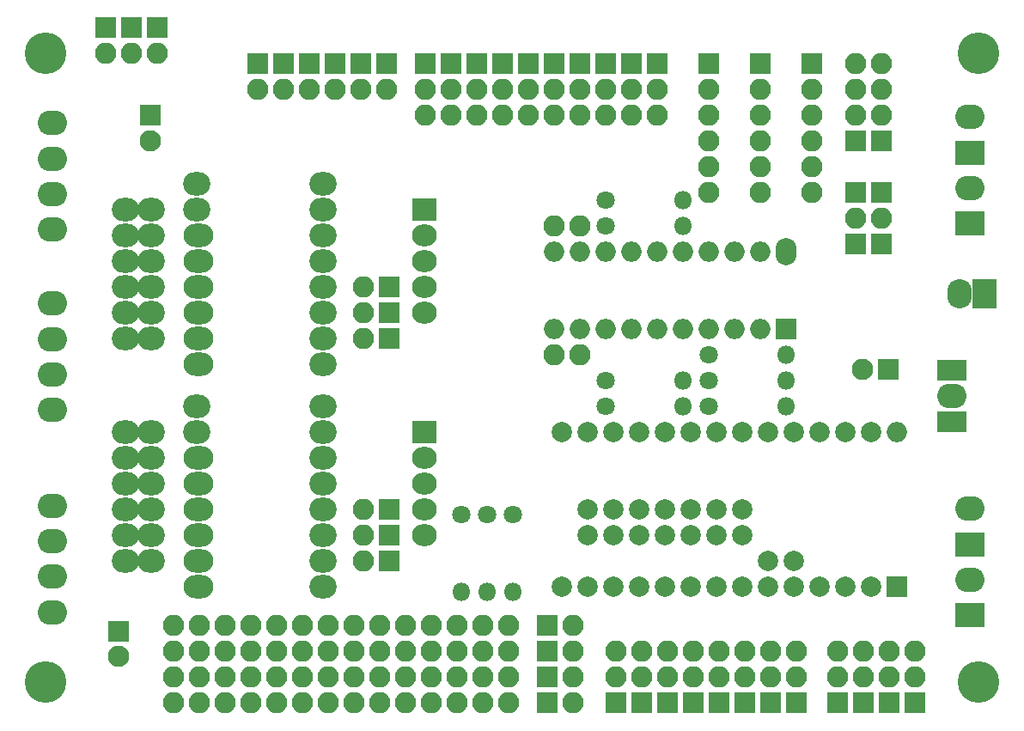
<source format=gts>
G04 #@! TF.FileFunction,Soldermask,Top*
%FSLAX46Y46*%
G04 Gerber Fmt 4.6, Leading zero omitted, Abs format (unit mm)*
G04 Created by KiCad (PCBNEW 4.0.7) date 10/08/18 18:30:48*
%MOMM*%
%LPD*%
G01*
G04 APERTURE LIST*
%ADD10C,2.000000*%
%ADD11O,2.100000X2.100000*%
%ADD12O,2.876500X2.432000*%
%ADD13R,2.101800X2.101800*%
%ADD14C,2.101800*%
%ADD15R,2.432000X2.876500*%
%ADD16O,2.432000X2.876500*%
%ADD17C,1.800000*%
%ADD18O,1.800000X1.800000*%
%ADD19R,2.876500X2.432000*%
%ADD20R,2.100000X2.100000*%
%ADD21O,2.686000X2.305000*%
%ADD22R,2.432000X2.178000*%
%ADD23O,2.432000X2.178000*%
%ADD24O,2.051000X2.686000*%
%ADD25O,2.000000X2.000000*%
%ADD26R,2.000000X2.000000*%
%ADD27C,4.100000*%
%ADD28R,2.876500X2.101800*%
%ADD29C,2.000000*%
%ADD30O,2.940000X2.305000*%
G04 APERTURE END LIST*
D10*
D11*
X99695000Y-113030000D03*
X99695000Y-110490000D03*
X99695000Y-107950000D03*
X99695000Y-105410000D03*
X97155000Y-113030000D03*
X97155000Y-110490000D03*
X97155000Y-107950000D03*
X97155000Y-105410000D03*
X94615000Y-113030000D03*
X94615000Y-110490000D03*
X94615000Y-107950000D03*
X94615000Y-105410000D03*
X92075000Y-113030000D03*
X92075000Y-110490000D03*
X92075000Y-107950000D03*
X92075000Y-105410000D03*
X89535000Y-113030000D03*
X89535000Y-110490000D03*
X89535000Y-107950000D03*
X89535000Y-105410000D03*
X86995000Y-113030000D03*
X86995000Y-110490000D03*
X86995000Y-107950000D03*
X86995000Y-105410000D03*
X84455000Y-113030000D03*
X84455000Y-110490000D03*
X84455000Y-107950000D03*
X84455000Y-105410000D03*
X81915000Y-113030000D03*
X81915000Y-110490000D03*
X81915000Y-107950000D03*
X81915000Y-105410000D03*
X79375000Y-113030000D03*
X79375000Y-110490000D03*
X79375000Y-107950000D03*
X79375000Y-105410000D03*
X76835000Y-113030000D03*
X76835000Y-110490000D03*
X76835000Y-107950000D03*
X76835000Y-105410000D03*
X74295000Y-113030000D03*
X74295000Y-110490000D03*
X74295000Y-107950000D03*
X74295000Y-105410000D03*
X71755000Y-113030000D03*
X71755000Y-110490000D03*
X71755000Y-107950000D03*
X71755000Y-105410000D03*
X69215000Y-113030000D03*
X69215000Y-110490000D03*
X69215000Y-107950000D03*
X69215000Y-105410000D03*
D12*
X54711600Y-93573600D03*
X54711600Y-97073600D03*
X54711600Y-100573600D03*
X54711600Y-104073600D03*
X54711600Y-73660000D03*
X54711600Y-77160000D03*
X54711600Y-80660000D03*
X54711600Y-84160000D03*
D13*
X61214000Y-105968800D03*
D14*
X61214000Y-108468800D03*
D13*
X64363600Y-55118000D03*
D14*
X64363600Y-57618000D03*
D15*
X146583400Y-72694800D03*
D16*
X144083400Y-72694800D03*
D13*
X137058400Y-80111600D03*
D14*
X134558400Y-80111600D03*
D12*
X54711600Y-55880000D03*
X54711600Y-59380000D03*
X54711600Y-62880000D03*
X54711600Y-66380000D03*
D17*
X109220000Y-63500000D03*
D18*
X116840000Y-63500000D03*
D17*
X109220000Y-66040000D03*
D18*
X116840000Y-66040000D03*
D11*
X66675000Y-113030000D03*
X66675000Y-110490000D03*
X66675000Y-107950000D03*
X66675000Y-105410000D03*
D19*
X145170000Y-65786000D03*
D12*
X145170000Y-62286000D03*
D19*
X145170000Y-58786000D03*
D12*
X145170000Y-55286000D03*
D19*
X145161000Y-104394000D03*
D12*
X145161000Y-100894000D03*
D19*
X145161000Y-97394000D03*
D12*
X145161000Y-93894000D03*
D20*
X124460000Y-50038000D03*
D11*
X124460000Y-52578000D03*
X124460000Y-55118000D03*
X124460000Y-57658000D03*
X124460000Y-60198000D03*
X124460000Y-62738000D03*
D20*
X129540000Y-50038000D03*
D11*
X129540000Y-52578000D03*
X129540000Y-55118000D03*
X129540000Y-57658000D03*
X129540000Y-60198000D03*
X129540000Y-62738000D03*
D20*
X119380000Y-50038000D03*
D11*
X119380000Y-52578000D03*
X119380000Y-55118000D03*
X119380000Y-57658000D03*
X119380000Y-60198000D03*
X119380000Y-62738000D03*
D20*
X136398000Y-62738000D03*
D11*
X136398000Y-65278000D03*
D20*
X136398000Y-67818000D03*
X133858000Y-62738000D03*
D11*
X133858000Y-65278000D03*
D20*
X133858000Y-67818000D03*
D21*
X64465200Y-69494400D03*
X64465200Y-72034400D03*
X64465200Y-66954400D03*
X64465200Y-64414400D03*
D22*
X91389200Y-64414400D03*
D23*
X91389200Y-66954400D03*
X91389200Y-69494400D03*
D21*
X64465200Y-74574400D03*
X64465200Y-77114400D03*
D23*
X91389200Y-74574400D03*
X91389200Y-72034400D03*
D21*
X61925200Y-64414400D03*
X61925200Y-69494400D03*
X61925200Y-64414400D03*
X61925200Y-77114400D03*
X61925200Y-74574400D03*
X61925200Y-72034400D03*
X61925200Y-66954400D03*
X64465200Y-91440000D03*
X64465200Y-93980000D03*
X64465200Y-88900000D03*
X64465200Y-86360000D03*
D22*
X91389200Y-86360000D03*
D23*
X91389200Y-88900000D03*
X91389200Y-91440000D03*
D21*
X64465200Y-96520000D03*
X64465200Y-99060000D03*
D23*
X91389200Y-96520000D03*
X91389200Y-93980000D03*
D21*
X61925200Y-86360000D03*
X61925200Y-91440000D03*
X61925200Y-86360000D03*
X61925200Y-99060000D03*
X61925200Y-96520000D03*
X61925200Y-93980000D03*
X61925200Y-88900000D03*
D24*
X127000000Y-68580000D03*
D25*
X104140000Y-76200000D03*
X124460000Y-68580000D03*
X106680000Y-76200000D03*
X121920000Y-68580000D03*
X109220000Y-76200000D03*
X119380000Y-68580000D03*
X111760000Y-76200000D03*
X116840000Y-68580000D03*
X114300000Y-76200000D03*
X114300000Y-68580000D03*
X116840000Y-76200000D03*
X111760000Y-68580000D03*
X119380000Y-76200000D03*
X109220000Y-68580000D03*
X121920000Y-76200000D03*
X106680000Y-68580000D03*
X124460000Y-76200000D03*
X104140000Y-68580000D03*
D26*
X127000000Y-76200000D03*
D11*
X85344000Y-72034400D03*
D20*
X87884000Y-72034400D03*
D11*
X85344000Y-74574400D03*
D20*
X87884000Y-74574400D03*
D11*
X85344000Y-77114400D03*
D20*
X87884000Y-77114400D03*
D11*
X85344000Y-93980000D03*
D20*
X87884000Y-93980000D03*
D11*
X85344000Y-96520000D03*
D20*
X87884000Y-96520000D03*
D11*
X85344000Y-99060000D03*
D20*
X87884000Y-99060000D03*
D11*
X91440000Y-55118000D03*
X93980000Y-55118000D03*
X96520000Y-55118000D03*
X99060000Y-55118000D03*
X101600000Y-55118000D03*
X104140000Y-55118000D03*
X106680000Y-55118000D03*
X109220000Y-55118000D03*
X111760000Y-55118000D03*
X114300000Y-55118000D03*
D27*
X54000000Y-111000000D03*
X146000000Y-111000000D03*
X146000000Y-49000000D03*
X54000000Y-49000000D03*
D20*
X114300000Y-50038000D03*
D11*
X114300000Y-52578000D03*
D20*
X111760000Y-50038000D03*
D11*
X111760000Y-52578000D03*
D20*
X109220000Y-50038000D03*
D11*
X109220000Y-52578000D03*
D20*
X106680000Y-50038000D03*
D11*
X106680000Y-52578000D03*
D20*
X104140000Y-50038000D03*
D11*
X104140000Y-52578000D03*
D20*
X101600000Y-50038000D03*
D11*
X101600000Y-52578000D03*
D20*
X99060000Y-50038000D03*
D11*
X99060000Y-52578000D03*
D20*
X96520000Y-50038000D03*
D11*
X96520000Y-52578000D03*
D20*
X93980000Y-50038000D03*
D11*
X93980000Y-52578000D03*
D20*
X91440000Y-50038000D03*
D11*
X91440000Y-52578000D03*
D17*
X109220000Y-81280000D03*
D18*
X116840000Y-81280000D03*
D17*
X109220000Y-83820000D03*
D18*
X116840000Y-83820000D03*
D20*
X87630000Y-50038000D03*
D11*
X87630000Y-52578000D03*
D20*
X85090000Y-50038000D03*
D11*
X85090000Y-52578000D03*
D20*
X82550000Y-50038000D03*
D11*
X82550000Y-52578000D03*
D20*
X80010000Y-50038000D03*
D11*
X80010000Y-52578000D03*
D20*
X77470000Y-50038000D03*
D11*
X77470000Y-52578000D03*
D20*
X74930000Y-50038000D03*
D11*
X74930000Y-52578000D03*
D20*
X132080000Y-113030000D03*
D11*
X132080000Y-110490000D03*
D20*
X134620000Y-113030000D03*
D11*
X134620000Y-110490000D03*
D20*
X137160000Y-113030000D03*
D11*
X137160000Y-110490000D03*
D20*
X139700000Y-113030000D03*
D11*
X139700000Y-110490000D03*
X139700000Y-107950000D03*
X137160000Y-107950000D03*
X134620000Y-107950000D03*
X132080000Y-107950000D03*
D20*
X103505000Y-105410000D03*
D11*
X106045000Y-105410000D03*
D20*
X103505000Y-107950000D03*
D11*
X106045000Y-107950000D03*
D20*
X103505000Y-110490000D03*
D11*
X106045000Y-110490000D03*
D20*
X103505000Y-113030000D03*
D11*
X106045000Y-113030000D03*
D28*
X143332200Y-80264000D03*
D12*
X143332200Y-82804000D03*
D28*
X143332200Y-85344000D03*
D20*
X65024000Y-46482000D03*
D11*
X65024000Y-49022000D03*
D20*
X62484000Y-46482000D03*
D11*
X62484000Y-49022000D03*
D20*
X59944000Y-46482000D03*
D11*
X59944000Y-49022000D03*
X110236000Y-107950000D03*
X112776000Y-107950000D03*
X115316000Y-107950000D03*
X117856000Y-107950000D03*
X120396000Y-107950000D03*
X122936000Y-107950000D03*
X125476000Y-107950000D03*
X128016000Y-107950000D03*
D20*
X110236000Y-113030000D03*
D11*
X110236000Y-110490000D03*
D20*
X112776000Y-113030000D03*
D11*
X112776000Y-110490000D03*
D20*
X115316000Y-113030000D03*
D11*
X115316000Y-110490000D03*
D20*
X117856000Y-113030000D03*
D11*
X117856000Y-110490000D03*
D20*
X120396000Y-113030000D03*
D11*
X120396000Y-110490000D03*
D20*
X122936000Y-113030000D03*
D11*
X122936000Y-110490000D03*
D20*
X125476000Y-113030000D03*
D11*
X125476000Y-110490000D03*
D20*
X128016000Y-113030000D03*
D11*
X128016000Y-110490000D03*
D17*
X119380000Y-78740000D03*
D18*
X127000000Y-78740000D03*
D17*
X119380000Y-81280000D03*
D18*
X127000000Y-81280000D03*
D17*
X119380000Y-83820000D03*
D18*
X127000000Y-83820000D03*
D17*
X100076000Y-94488000D03*
D18*
X100076000Y-102108000D03*
D17*
X97536000Y-94488000D03*
D18*
X97536000Y-102108000D03*
D17*
X94996000Y-94488000D03*
D18*
X94996000Y-102108000D03*
D11*
X104140000Y-66040000D03*
X106680000Y-66040000D03*
X104140000Y-78740000D03*
X106680000Y-78740000D03*
D29*
X104902000Y-101600000D03*
X104902000Y-86360000D03*
X107442000Y-101600000D03*
X109982000Y-101600000D03*
X112522000Y-101600000D03*
X115062000Y-101600000D03*
X117602000Y-101600000D03*
X120142000Y-101600000D03*
X122682000Y-101600000D03*
X125222000Y-101600000D03*
X127762000Y-101600000D03*
X130302000Y-101600000D03*
X132842000Y-101600000D03*
X135382000Y-101600000D03*
D26*
X137922000Y-101600000D03*
D29*
X127762000Y-99060000D03*
X125222000Y-99060000D03*
X107442000Y-86360000D03*
X109982000Y-86360000D03*
X112522000Y-86360000D03*
X115062000Y-86360000D03*
X117602000Y-86360000D03*
X120142000Y-86360000D03*
X122682000Y-86360000D03*
X125222000Y-86360000D03*
X127762000Y-86360000D03*
X130302000Y-86360000D03*
X132842000Y-86360000D03*
X135382000Y-86360000D03*
D25*
X137922000Y-86360000D03*
D29*
X122682000Y-93980000D03*
X120142000Y-93980000D03*
X117602000Y-93980000D03*
X115062000Y-93980000D03*
X112522000Y-93980000D03*
X109982000Y-93980000D03*
X107442000Y-93980000D03*
X107442000Y-96520000D03*
X109982000Y-96520000D03*
X112522000Y-96520000D03*
X115062000Y-96520000D03*
X117602000Y-96520000D03*
X120142000Y-96520000D03*
X122682000Y-96520000D03*
D20*
X136398000Y-57658000D03*
D11*
X136398000Y-55118000D03*
X136398000Y-52578000D03*
X136398000Y-50038000D03*
D20*
X133858000Y-57658000D03*
D11*
X133858000Y-55118000D03*
X133858000Y-52578000D03*
X133858000Y-50038000D03*
D30*
X69088000Y-88900000D03*
D21*
X81407000Y-88900000D03*
D30*
X69088000Y-91440000D03*
D21*
X68961000Y-86360000D03*
X68961000Y-83820000D03*
X81407000Y-83820000D03*
X81407000Y-86360000D03*
X81407000Y-91440000D03*
X81407000Y-93980000D03*
X81407000Y-96520000D03*
X81407000Y-99060000D03*
X81407000Y-101600000D03*
D30*
X69088000Y-93980000D03*
X69088000Y-96520000D03*
X69088000Y-99060000D03*
X69088000Y-101600000D03*
X69088000Y-66954400D03*
D21*
X81407000Y-66954400D03*
D30*
X69088000Y-69494400D03*
D21*
X68961000Y-64414400D03*
X68961000Y-61874400D03*
X81407000Y-61874400D03*
X81407000Y-64414400D03*
X81407000Y-69494400D03*
X81407000Y-72034400D03*
X81407000Y-74574400D03*
X81407000Y-77114400D03*
X81407000Y-79654400D03*
D30*
X69088000Y-72034400D03*
X69088000Y-74574400D03*
X69088000Y-77114400D03*
X69088000Y-79654400D03*
M02*

</source>
